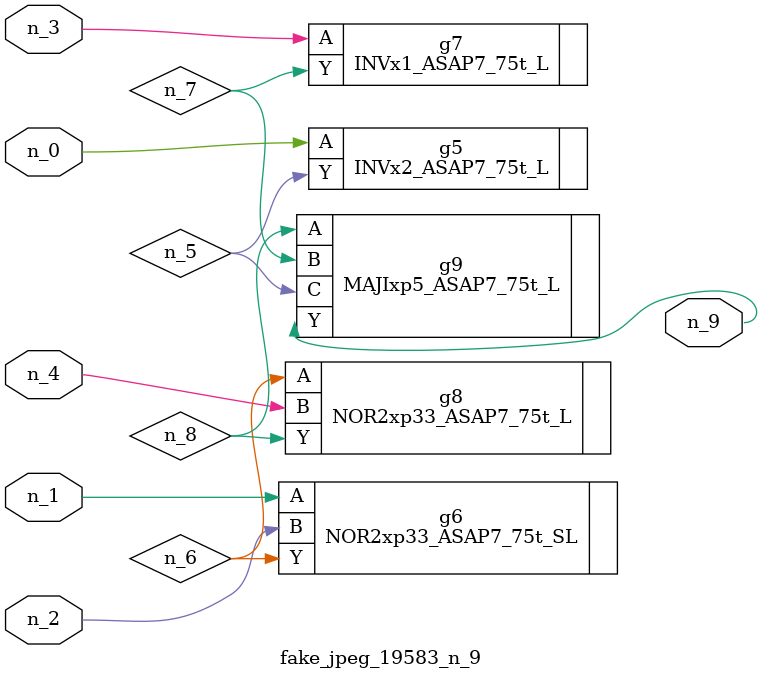
<source format=v>
module fake_jpeg_19583_n_9 (n_3, n_2, n_1, n_0, n_4, n_9);

input n_3;
input n_2;
input n_1;
input n_0;
input n_4;

output n_9;

wire n_8;
wire n_6;
wire n_5;
wire n_7;

INVx2_ASAP7_75t_L g5 ( 
.A(n_0),
.Y(n_5)
);

NOR2xp33_ASAP7_75t_SL g6 ( 
.A(n_1),
.B(n_2),
.Y(n_6)
);

INVx1_ASAP7_75t_L g7 ( 
.A(n_3),
.Y(n_7)
);

NOR2xp33_ASAP7_75t_L g8 ( 
.A(n_6),
.B(n_4),
.Y(n_8)
);

MAJIxp5_ASAP7_75t_L g9 ( 
.A(n_8),
.B(n_7),
.C(n_5),
.Y(n_9)
);


endmodule
</source>
